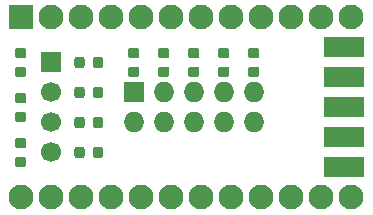
<source format=gbr>
G04 #@! TF.GenerationSoftware,KiCad,Pcbnew,5.1.5+dfsg1-2build2*
G04 #@! TF.CreationDate,2021-03-15T22:22:15+01:00*
G04 #@! TF.ProjectId,ProMicro_CONN,50726f4d-6963-4726-9f5f-434f4e4e2e6b,v1.5*
G04 #@! TF.SameCoordinates,Original*
G04 #@! TF.FileFunction,Soldermask,Top*
G04 #@! TF.FilePolarity,Negative*
%FSLAX46Y46*%
G04 Gerber Fmt 4.6, Leading zero omitted, Abs format (unit mm)*
G04 Created by KiCad*
%MOMM*%
%LPD*%
G04 APERTURE LIST*
%ADD10O,1.727200X1.727200*%
%ADD11R,1.727200X1.727200*%
%ADD12C,0.100000*%
%ADD13R,2.100000X2.100000*%
%ADD14C,2.100000*%
%ADD15R,3.454400X1.727200*%
%ADD16C,1.700000*%
%ADD17R,1.700000X1.700000*%
G04 APERTURE END LIST*
D10*
X156845000Y-113030000D03*
X156845000Y-110490000D03*
X154305000Y-113030000D03*
X154305000Y-110490000D03*
X151765000Y-113030000D03*
X151765000Y-110490000D03*
X149225000Y-113030000D03*
X149225000Y-110490000D03*
X146685000Y-113030000D03*
D11*
X146685000Y-110490000D03*
D12*
G36*
X143902691Y-115096053D02*
G01*
X143923926Y-115099203D01*
X143944750Y-115104419D01*
X143964962Y-115111651D01*
X143984368Y-115120830D01*
X144002781Y-115131866D01*
X144020024Y-115144654D01*
X144035930Y-115159070D01*
X144050346Y-115174976D01*
X144063134Y-115192219D01*
X144074170Y-115210632D01*
X144083349Y-115230038D01*
X144090581Y-115250250D01*
X144095797Y-115271074D01*
X144098947Y-115292309D01*
X144100000Y-115313750D01*
X144100000Y-115826250D01*
X144098947Y-115847691D01*
X144095797Y-115868926D01*
X144090581Y-115889750D01*
X144083349Y-115909962D01*
X144074170Y-115929368D01*
X144063134Y-115947781D01*
X144050346Y-115965024D01*
X144035930Y-115980930D01*
X144020024Y-115995346D01*
X144002781Y-116008134D01*
X143984368Y-116019170D01*
X143964962Y-116028349D01*
X143944750Y-116035581D01*
X143923926Y-116040797D01*
X143902691Y-116043947D01*
X143881250Y-116045000D01*
X143443750Y-116045000D01*
X143422309Y-116043947D01*
X143401074Y-116040797D01*
X143380250Y-116035581D01*
X143360038Y-116028349D01*
X143340632Y-116019170D01*
X143322219Y-116008134D01*
X143304976Y-115995346D01*
X143289070Y-115980930D01*
X143274654Y-115965024D01*
X143261866Y-115947781D01*
X143250830Y-115929368D01*
X143241651Y-115909962D01*
X143234419Y-115889750D01*
X143229203Y-115868926D01*
X143226053Y-115847691D01*
X143225000Y-115826250D01*
X143225000Y-115313750D01*
X143226053Y-115292309D01*
X143229203Y-115271074D01*
X143234419Y-115250250D01*
X143241651Y-115230038D01*
X143250830Y-115210632D01*
X143261866Y-115192219D01*
X143274654Y-115174976D01*
X143289070Y-115159070D01*
X143304976Y-115144654D01*
X143322219Y-115131866D01*
X143340632Y-115120830D01*
X143360038Y-115111651D01*
X143380250Y-115104419D01*
X143401074Y-115099203D01*
X143422309Y-115096053D01*
X143443750Y-115095000D01*
X143881250Y-115095000D01*
X143902691Y-115096053D01*
G37*
G36*
X142327691Y-115096053D02*
G01*
X142348926Y-115099203D01*
X142369750Y-115104419D01*
X142389962Y-115111651D01*
X142409368Y-115120830D01*
X142427781Y-115131866D01*
X142445024Y-115144654D01*
X142460930Y-115159070D01*
X142475346Y-115174976D01*
X142488134Y-115192219D01*
X142499170Y-115210632D01*
X142508349Y-115230038D01*
X142515581Y-115250250D01*
X142520797Y-115271074D01*
X142523947Y-115292309D01*
X142525000Y-115313750D01*
X142525000Y-115826250D01*
X142523947Y-115847691D01*
X142520797Y-115868926D01*
X142515581Y-115889750D01*
X142508349Y-115909962D01*
X142499170Y-115929368D01*
X142488134Y-115947781D01*
X142475346Y-115965024D01*
X142460930Y-115980930D01*
X142445024Y-115995346D01*
X142427781Y-116008134D01*
X142409368Y-116019170D01*
X142389962Y-116028349D01*
X142369750Y-116035581D01*
X142348926Y-116040797D01*
X142327691Y-116043947D01*
X142306250Y-116045000D01*
X141868750Y-116045000D01*
X141847309Y-116043947D01*
X141826074Y-116040797D01*
X141805250Y-116035581D01*
X141785038Y-116028349D01*
X141765632Y-116019170D01*
X141747219Y-116008134D01*
X141729976Y-115995346D01*
X141714070Y-115980930D01*
X141699654Y-115965024D01*
X141686866Y-115947781D01*
X141675830Y-115929368D01*
X141666651Y-115909962D01*
X141659419Y-115889750D01*
X141654203Y-115868926D01*
X141651053Y-115847691D01*
X141650000Y-115826250D01*
X141650000Y-115313750D01*
X141651053Y-115292309D01*
X141654203Y-115271074D01*
X141659419Y-115250250D01*
X141666651Y-115230038D01*
X141675830Y-115210632D01*
X141686866Y-115192219D01*
X141699654Y-115174976D01*
X141714070Y-115159070D01*
X141729976Y-115144654D01*
X141747219Y-115131866D01*
X141765632Y-115120830D01*
X141785038Y-115111651D01*
X141805250Y-115104419D01*
X141826074Y-115099203D01*
X141847309Y-115096053D01*
X141868750Y-115095000D01*
X142306250Y-115095000D01*
X142327691Y-115096053D01*
G37*
D13*
X137160000Y-104140000D03*
D14*
X139700000Y-104140000D03*
X142240000Y-104140000D03*
X165100000Y-119380000D03*
X144780000Y-104140000D03*
X162560000Y-119380000D03*
X147320000Y-104140000D03*
X160020000Y-119380000D03*
X149860000Y-104140000D03*
X157480000Y-119380000D03*
X152400000Y-104140000D03*
X154940000Y-119380000D03*
X154940000Y-104140000D03*
X152400000Y-119380000D03*
X157480000Y-104140000D03*
X149860000Y-119380000D03*
X160020000Y-104140000D03*
X147320000Y-119380000D03*
X162560000Y-104140000D03*
X144780000Y-119380000D03*
X165100000Y-104140000D03*
X142240000Y-119380000D03*
X139700000Y-119380000D03*
X137160000Y-119380000D03*
D12*
G36*
X142327691Y-107476053D02*
G01*
X142348926Y-107479203D01*
X142369750Y-107484419D01*
X142389962Y-107491651D01*
X142409368Y-107500830D01*
X142427781Y-107511866D01*
X142445024Y-107524654D01*
X142460930Y-107539070D01*
X142475346Y-107554976D01*
X142488134Y-107572219D01*
X142499170Y-107590632D01*
X142508349Y-107610038D01*
X142515581Y-107630250D01*
X142520797Y-107651074D01*
X142523947Y-107672309D01*
X142525000Y-107693750D01*
X142525000Y-108206250D01*
X142523947Y-108227691D01*
X142520797Y-108248926D01*
X142515581Y-108269750D01*
X142508349Y-108289962D01*
X142499170Y-108309368D01*
X142488134Y-108327781D01*
X142475346Y-108345024D01*
X142460930Y-108360930D01*
X142445024Y-108375346D01*
X142427781Y-108388134D01*
X142409368Y-108399170D01*
X142389962Y-108408349D01*
X142369750Y-108415581D01*
X142348926Y-108420797D01*
X142327691Y-108423947D01*
X142306250Y-108425000D01*
X141868750Y-108425000D01*
X141847309Y-108423947D01*
X141826074Y-108420797D01*
X141805250Y-108415581D01*
X141785038Y-108408349D01*
X141765632Y-108399170D01*
X141747219Y-108388134D01*
X141729976Y-108375346D01*
X141714070Y-108360930D01*
X141699654Y-108345024D01*
X141686866Y-108327781D01*
X141675830Y-108309368D01*
X141666651Y-108289962D01*
X141659419Y-108269750D01*
X141654203Y-108248926D01*
X141651053Y-108227691D01*
X141650000Y-108206250D01*
X141650000Y-107693750D01*
X141651053Y-107672309D01*
X141654203Y-107651074D01*
X141659419Y-107630250D01*
X141666651Y-107610038D01*
X141675830Y-107590632D01*
X141686866Y-107572219D01*
X141699654Y-107554976D01*
X141714070Y-107539070D01*
X141729976Y-107524654D01*
X141747219Y-107511866D01*
X141765632Y-107500830D01*
X141785038Y-107491651D01*
X141805250Y-107484419D01*
X141826074Y-107479203D01*
X141847309Y-107476053D01*
X141868750Y-107475000D01*
X142306250Y-107475000D01*
X142327691Y-107476053D01*
G37*
G36*
X143902691Y-107476053D02*
G01*
X143923926Y-107479203D01*
X143944750Y-107484419D01*
X143964962Y-107491651D01*
X143984368Y-107500830D01*
X144002781Y-107511866D01*
X144020024Y-107524654D01*
X144035930Y-107539070D01*
X144050346Y-107554976D01*
X144063134Y-107572219D01*
X144074170Y-107590632D01*
X144083349Y-107610038D01*
X144090581Y-107630250D01*
X144095797Y-107651074D01*
X144098947Y-107672309D01*
X144100000Y-107693750D01*
X144100000Y-108206250D01*
X144098947Y-108227691D01*
X144095797Y-108248926D01*
X144090581Y-108269750D01*
X144083349Y-108289962D01*
X144074170Y-108309368D01*
X144063134Y-108327781D01*
X144050346Y-108345024D01*
X144035930Y-108360930D01*
X144020024Y-108375346D01*
X144002781Y-108388134D01*
X143984368Y-108399170D01*
X143964962Y-108408349D01*
X143944750Y-108415581D01*
X143923926Y-108420797D01*
X143902691Y-108423947D01*
X143881250Y-108425000D01*
X143443750Y-108425000D01*
X143422309Y-108423947D01*
X143401074Y-108420797D01*
X143380250Y-108415581D01*
X143360038Y-108408349D01*
X143340632Y-108399170D01*
X143322219Y-108388134D01*
X143304976Y-108375346D01*
X143289070Y-108360930D01*
X143274654Y-108345024D01*
X143261866Y-108327781D01*
X143250830Y-108309368D01*
X143241651Y-108289962D01*
X143234419Y-108269750D01*
X143229203Y-108248926D01*
X143226053Y-108227691D01*
X143225000Y-108206250D01*
X143225000Y-107693750D01*
X143226053Y-107672309D01*
X143229203Y-107651074D01*
X143234419Y-107630250D01*
X143241651Y-107610038D01*
X143250830Y-107590632D01*
X143261866Y-107572219D01*
X143274654Y-107554976D01*
X143289070Y-107539070D01*
X143304976Y-107524654D01*
X143322219Y-107511866D01*
X143340632Y-107500830D01*
X143360038Y-107491651D01*
X143380250Y-107484419D01*
X143401074Y-107479203D01*
X143422309Y-107476053D01*
X143443750Y-107475000D01*
X143881250Y-107475000D01*
X143902691Y-107476053D01*
G37*
D15*
X164465000Y-114300000D03*
X164465000Y-116840000D03*
X164465000Y-111760000D03*
X164465000Y-109220000D03*
X164465000Y-106680000D03*
D12*
G36*
X137374239Y-115921053D02*
G01*
X137395474Y-115924203D01*
X137416298Y-115929419D01*
X137436510Y-115936651D01*
X137455916Y-115945830D01*
X137474329Y-115956866D01*
X137491572Y-115969654D01*
X137507478Y-115984070D01*
X137521894Y-115999976D01*
X137534682Y-116017219D01*
X137545718Y-116035632D01*
X137554897Y-116055038D01*
X137562129Y-116075250D01*
X137567345Y-116096074D01*
X137570495Y-116117309D01*
X137571548Y-116138750D01*
X137571548Y-116576250D01*
X137570495Y-116597691D01*
X137567345Y-116618926D01*
X137562129Y-116639750D01*
X137554897Y-116659962D01*
X137545718Y-116679368D01*
X137534682Y-116697781D01*
X137521894Y-116715024D01*
X137507478Y-116730930D01*
X137491572Y-116745346D01*
X137474329Y-116758134D01*
X137455916Y-116769170D01*
X137436510Y-116778349D01*
X137416298Y-116785581D01*
X137395474Y-116790797D01*
X137374239Y-116793947D01*
X137352798Y-116795000D01*
X136840298Y-116795000D01*
X136818857Y-116793947D01*
X136797622Y-116790797D01*
X136776798Y-116785581D01*
X136756586Y-116778349D01*
X136737180Y-116769170D01*
X136718767Y-116758134D01*
X136701524Y-116745346D01*
X136685618Y-116730930D01*
X136671202Y-116715024D01*
X136658414Y-116697781D01*
X136647378Y-116679368D01*
X136638199Y-116659962D01*
X136630967Y-116639750D01*
X136625751Y-116618926D01*
X136622601Y-116597691D01*
X136621548Y-116576250D01*
X136621548Y-116138750D01*
X136622601Y-116117309D01*
X136625751Y-116096074D01*
X136630967Y-116075250D01*
X136638199Y-116055038D01*
X136647378Y-116035632D01*
X136658414Y-116017219D01*
X136671202Y-115999976D01*
X136685618Y-115984070D01*
X136701524Y-115969654D01*
X136718767Y-115956866D01*
X136737180Y-115945830D01*
X136756586Y-115936651D01*
X136776798Y-115929419D01*
X136797622Y-115924203D01*
X136818857Y-115921053D01*
X136840298Y-115920000D01*
X137352798Y-115920000D01*
X137374239Y-115921053D01*
G37*
G36*
X137374239Y-114346053D02*
G01*
X137395474Y-114349203D01*
X137416298Y-114354419D01*
X137436510Y-114361651D01*
X137455916Y-114370830D01*
X137474329Y-114381866D01*
X137491572Y-114394654D01*
X137507478Y-114409070D01*
X137521894Y-114424976D01*
X137534682Y-114442219D01*
X137545718Y-114460632D01*
X137554897Y-114480038D01*
X137562129Y-114500250D01*
X137567345Y-114521074D01*
X137570495Y-114542309D01*
X137571548Y-114563750D01*
X137571548Y-115001250D01*
X137570495Y-115022691D01*
X137567345Y-115043926D01*
X137562129Y-115064750D01*
X137554897Y-115084962D01*
X137545718Y-115104368D01*
X137534682Y-115122781D01*
X137521894Y-115140024D01*
X137507478Y-115155930D01*
X137491572Y-115170346D01*
X137474329Y-115183134D01*
X137455916Y-115194170D01*
X137436510Y-115203349D01*
X137416298Y-115210581D01*
X137395474Y-115215797D01*
X137374239Y-115218947D01*
X137352798Y-115220000D01*
X136840298Y-115220000D01*
X136818857Y-115218947D01*
X136797622Y-115215797D01*
X136776798Y-115210581D01*
X136756586Y-115203349D01*
X136737180Y-115194170D01*
X136718767Y-115183134D01*
X136701524Y-115170346D01*
X136685618Y-115155930D01*
X136671202Y-115140024D01*
X136658414Y-115122781D01*
X136647378Y-115104368D01*
X136638199Y-115084962D01*
X136630967Y-115064750D01*
X136625751Y-115043926D01*
X136622601Y-115022691D01*
X136621548Y-115001250D01*
X136621548Y-114563750D01*
X136622601Y-114542309D01*
X136625751Y-114521074D01*
X136630967Y-114500250D01*
X136638199Y-114480038D01*
X136647378Y-114460632D01*
X136658414Y-114442219D01*
X136671202Y-114424976D01*
X136685618Y-114409070D01*
X136701524Y-114394654D01*
X136718767Y-114381866D01*
X136737180Y-114370830D01*
X136756586Y-114361651D01*
X136776798Y-114354419D01*
X136797622Y-114349203D01*
X136818857Y-114346053D01*
X136840298Y-114345000D01*
X137352798Y-114345000D01*
X137374239Y-114346053D01*
G37*
G36*
X142327691Y-110016053D02*
G01*
X142348926Y-110019203D01*
X142369750Y-110024419D01*
X142389962Y-110031651D01*
X142409368Y-110040830D01*
X142427781Y-110051866D01*
X142445024Y-110064654D01*
X142460930Y-110079070D01*
X142475346Y-110094976D01*
X142488134Y-110112219D01*
X142499170Y-110130632D01*
X142508349Y-110150038D01*
X142515581Y-110170250D01*
X142520797Y-110191074D01*
X142523947Y-110212309D01*
X142525000Y-110233750D01*
X142525000Y-110746250D01*
X142523947Y-110767691D01*
X142520797Y-110788926D01*
X142515581Y-110809750D01*
X142508349Y-110829962D01*
X142499170Y-110849368D01*
X142488134Y-110867781D01*
X142475346Y-110885024D01*
X142460930Y-110900930D01*
X142445024Y-110915346D01*
X142427781Y-110928134D01*
X142409368Y-110939170D01*
X142389962Y-110948349D01*
X142369750Y-110955581D01*
X142348926Y-110960797D01*
X142327691Y-110963947D01*
X142306250Y-110965000D01*
X141868750Y-110965000D01*
X141847309Y-110963947D01*
X141826074Y-110960797D01*
X141805250Y-110955581D01*
X141785038Y-110948349D01*
X141765632Y-110939170D01*
X141747219Y-110928134D01*
X141729976Y-110915346D01*
X141714070Y-110900930D01*
X141699654Y-110885024D01*
X141686866Y-110867781D01*
X141675830Y-110849368D01*
X141666651Y-110829962D01*
X141659419Y-110809750D01*
X141654203Y-110788926D01*
X141651053Y-110767691D01*
X141650000Y-110746250D01*
X141650000Y-110233750D01*
X141651053Y-110212309D01*
X141654203Y-110191074D01*
X141659419Y-110170250D01*
X141666651Y-110150038D01*
X141675830Y-110130632D01*
X141686866Y-110112219D01*
X141699654Y-110094976D01*
X141714070Y-110079070D01*
X141729976Y-110064654D01*
X141747219Y-110051866D01*
X141765632Y-110040830D01*
X141785038Y-110031651D01*
X141805250Y-110024419D01*
X141826074Y-110019203D01*
X141847309Y-110016053D01*
X141868750Y-110015000D01*
X142306250Y-110015000D01*
X142327691Y-110016053D01*
G37*
G36*
X143902691Y-110016053D02*
G01*
X143923926Y-110019203D01*
X143944750Y-110024419D01*
X143964962Y-110031651D01*
X143984368Y-110040830D01*
X144002781Y-110051866D01*
X144020024Y-110064654D01*
X144035930Y-110079070D01*
X144050346Y-110094976D01*
X144063134Y-110112219D01*
X144074170Y-110130632D01*
X144083349Y-110150038D01*
X144090581Y-110170250D01*
X144095797Y-110191074D01*
X144098947Y-110212309D01*
X144100000Y-110233750D01*
X144100000Y-110746250D01*
X144098947Y-110767691D01*
X144095797Y-110788926D01*
X144090581Y-110809750D01*
X144083349Y-110829962D01*
X144074170Y-110849368D01*
X144063134Y-110867781D01*
X144050346Y-110885024D01*
X144035930Y-110900930D01*
X144020024Y-110915346D01*
X144002781Y-110928134D01*
X143984368Y-110939170D01*
X143964962Y-110948349D01*
X143944750Y-110955581D01*
X143923926Y-110960797D01*
X143902691Y-110963947D01*
X143881250Y-110965000D01*
X143443750Y-110965000D01*
X143422309Y-110963947D01*
X143401074Y-110960797D01*
X143380250Y-110955581D01*
X143360038Y-110948349D01*
X143340632Y-110939170D01*
X143322219Y-110928134D01*
X143304976Y-110915346D01*
X143289070Y-110900930D01*
X143274654Y-110885024D01*
X143261866Y-110867781D01*
X143250830Y-110849368D01*
X143241651Y-110829962D01*
X143234419Y-110809750D01*
X143229203Y-110788926D01*
X143226053Y-110767691D01*
X143225000Y-110746250D01*
X143225000Y-110233750D01*
X143226053Y-110212309D01*
X143229203Y-110191074D01*
X143234419Y-110170250D01*
X143241651Y-110150038D01*
X143250830Y-110130632D01*
X143261866Y-110112219D01*
X143274654Y-110094976D01*
X143289070Y-110079070D01*
X143304976Y-110064654D01*
X143322219Y-110051866D01*
X143340632Y-110040830D01*
X143360038Y-110031651D01*
X143380250Y-110024419D01*
X143401074Y-110019203D01*
X143422309Y-110016053D01*
X143443750Y-110015000D01*
X143881250Y-110015000D01*
X143902691Y-110016053D01*
G37*
G36*
X146962691Y-106726053D02*
G01*
X146983926Y-106729203D01*
X147004750Y-106734419D01*
X147024962Y-106741651D01*
X147044368Y-106750830D01*
X147062781Y-106761866D01*
X147080024Y-106774654D01*
X147095930Y-106789070D01*
X147110346Y-106804976D01*
X147123134Y-106822219D01*
X147134170Y-106840632D01*
X147143349Y-106860038D01*
X147150581Y-106880250D01*
X147155797Y-106901074D01*
X147158947Y-106922309D01*
X147160000Y-106943750D01*
X147160000Y-107381250D01*
X147158947Y-107402691D01*
X147155797Y-107423926D01*
X147150581Y-107444750D01*
X147143349Y-107464962D01*
X147134170Y-107484368D01*
X147123134Y-107502781D01*
X147110346Y-107520024D01*
X147095930Y-107535930D01*
X147080024Y-107550346D01*
X147062781Y-107563134D01*
X147044368Y-107574170D01*
X147024962Y-107583349D01*
X147004750Y-107590581D01*
X146983926Y-107595797D01*
X146962691Y-107598947D01*
X146941250Y-107600000D01*
X146428750Y-107600000D01*
X146407309Y-107598947D01*
X146386074Y-107595797D01*
X146365250Y-107590581D01*
X146345038Y-107583349D01*
X146325632Y-107574170D01*
X146307219Y-107563134D01*
X146289976Y-107550346D01*
X146274070Y-107535930D01*
X146259654Y-107520024D01*
X146246866Y-107502781D01*
X146235830Y-107484368D01*
X146226651Y-107464962D01*
X146219419Y-107444750D01*
X146214203Y-107423926D01*
X146211053Y-107402691D01*
X146210000Y-107381250D01*
X146210000Y-106943750D01*
X146211053Y-106922309D01*
X146214203Y-106901074D01*
X146219419Y-106880250D01*
X146226651Y-106860038D01*
X146235830Y-106840632D01*
X146246866Y-106822219D01*
X146259654Y-106804976D01*
X146274070Y-106789070D01*
X146289976Y-106774654D01*
X146307219Y-106761866D01*
X146325632Y-106750830D01*
X146345038Y-106741651D01*
X146365250Y-106734419D01*
X146386074Y-106729203D01*
X146407309Y-106726053D01*
X146428750Y-106725000D01*
X146941250Y-106725000D01*
X146962691Y-106726053D01*
G37*
G36*
X146962691Y-108301053D02*
G01*
X146983926Y-108304203D01*
X147004750Y-108309419D01*
X147024962Y-108316651D01*
X147044368Y-108325830D01*
X147062781Y-108336866D01*
X147080024Y-108349654D01*
X147095930Y-108364070D01*
X147110346Y-108379976D01*
X147123134Y-108397219D01*
X147134170Y-108415632D01*
X147143349Y-108435038D01*
X147150581Y-108455250D01*
X147155797Y-108476074D01*
X147158947Y-108497309D01*
X147160000Y-108518750D01*
X147160000Y-108956250D01*
X147158947Y-108977691D01*
X147155797Y-108998926D01*
X147150581Y-109019750D01*
X147143349Y-109039962D01*
X147134170Y-109059368D01*
X147123134Y-109077781D01*
X147110346Y-109095024D01*
X147095930Y-109110930D01*
X147080024Y-109125346D01*
X147062781Y-109138134D01*
X147044368Y-109149170D01*
X147024962Y-109158349D01*
X147004750Y-109165581D01*
X146983926Y-109170797D01*
X146962691Y-109173947D01*
X146941250Y-109175000D01*
X146428750Y-109175000D01*
X146407309Y-109173947D01*
X146386074Y-109170797D01*
X146365250Y-109165581D01*
X146345038Y-109158349D01*
X146325632Y-109149170D01*
X146307219Y-109138134D01*
X146289976Y-109125346D01*
X146274070Y-109110930D01*
X146259654Y-109095024D01*
X146246866Y-109077781D01*
X146235830Y-109059368D01*
X146226651Y-109039962D01*
X146219419Y-109019750D01*
X146214203Y-108998926D01*
X146211053Y-108977691D01*
X146210000Y-108956250D01*
X146210000Y-108518750D01*
X146211053Y-108497309D01*
X146214203Y-108476074D01*
X146219419Y-108455250D01*
X146226651Y-108435038D01*
X146235830Y-108415632D01*
X146246866Y-108397219D01*
X146259654Y-108379976D01*
X146274070Y-108364070D01*
X146289976Y-108349654D01*
X146307219Y-108336866D01*
X146325632Y-108325830D01*
X146345038Y-108316651D01*
X146365250Y-108309419D01*
X146386074Y-108304203D01*
X146407309Y-108301053D01*
X146428750Y-108300000D01*
X146941250Y-108300000D01*
X146962691Y-108301053D01*
G37*
G36*
X152042691Y-106726053D02*
G01*
X152063926Y-106729203D01*
X152084750Y-106734419D01*
X152104962Y-106741651D01*
X152124368Y-106750830D01*
X152142781Y-106761866D01*
X152160024Y-106774654D01*
X152175930Y-106789070D01*
X152190346Y-106804976D01*
X152203134Y-106822219D01*
X152214170Y-106840632D01*
X152223349Y-106860038D01*
X152230581Y-106880250D01*
X152235797Y-106901074D01*
X152238947Y-106922309D01*
X152240000Y-106943750D01*
X152240000Y-107381250D01*
X152238947Y-107402691D01*
X152235797Y-107423926D01*
X152230581Y-107444750D01*
X152223349Y-107464962D01*
X152214170Y-107484368D01*
X152203134Y-107502781D01*
X152190346Y-107520024D01*
X152175930Y-107535930D01*
X152160024Y-107550346D01*
X152142781Y-107563134D01*
X152124368Y-107574170D01*
X152104962Y-107583349D01*
X152084750Y-107590581D01*
X152063926Y-107595797D01*
X152042691Y-107598947D01*
X152021250Y-107600000D01*
X151508750Y-107600000D01*
X151487309Y-107598947D01*
X151466074Y-107595797D01*
X151445250Y-107590581D01*
X151425038Y-107583349D01*
X151405632Y-107574170D01*
X151387219Y-107563134D01*
X151369976Y-107550346D01*
X151354070Y-107535930D01*
X151339654Y-107520024D01*
X151326866Y-107502781D01*
X151315830Y-107484368D01*
X151306651Y-107464962D01*
X151299419Y-107444750D01*
X151294203Y-107423926D01*
X151291053Y-107402691D01*
X151290000Y-107381250D01*
X151290000Y-106943750D01*
X151291053Y-106922309D01*
X151294203Y-106901074D01*
X151299419Y-106880250D01*
X151306651Y-106860038D01*
X151315830Y-106840632D01*
X151326866Y-106822219D01*
X151339654Y-106804976D01*
X151354070Y-106789070D01*
X151369976Y-106774654D01*
X151387219Y-106761866D01*
X151405632Y-106750830D01*
X151425038Y-106741651D01*
X151445250Y-106734419D01*
X151466074Y-106729203D01*
X151487309Y-106726053D01*
X151508750Y-106725000D01*
X152021250Y-106725000D01*
X152042691Y-106726053D01*
G37*
G36*
X152042691Y-108301053D02*
G01*
X152063926Y-108304203D01*
X152084750Y-108309419D01*
X152104962Y-108316651D01*
X152124368Y-108325830D01*
X152142781Y-108336866D01*
X152160024Y-108349654D01*
X152175930Y-108364070D01*
X152190346Y-108379976D01*
X152203134Y-108397219D01*
X152214170Y-108415632D01*
X152223349Y-108435038D01*
X152230581Y-108455250D01*
X152235797Y-108476074D01*
X152238947Y-108497309D01*
X152240000Y-108518750D01*
X152240000Y-108956250D01*
X152238947Y-108977691D01*
X152235797Y-108998926D01*
X152230581Y-109019750D01*
X152223349Y-109039962D01*
X152214170Y-109059368D01*
X152203134Y-109077781D01*
X152190346Y-109095024D01*
X152175930Y-109110930D01*
X152160024Y-109125346D01*
X152142781Y-109138134D01*
X152124368Y-109149170D01*
X152104962Y-109158349D01*
X152084750Y-109165581D01*
X152063926Y-109170797D01*
X152042691Y-109173947D01*
X152021250Y-109175000D01*
X151508750Y-109175000D01*
X151487309Y-109173947D01*
X151466074Y-109170797D01*
X151445250Y-109165581D01*
X151425038Y-109158349D01*
X151405632Y-109149170D01*
X151387219Y-109138134D01*
X151369976Y-109125346D01*
X151354070Y-109110930D01*
X151339654Y-109095024D01*
X151326866Y-109077781D01*
X151315830Y-109059368D01*
X151306651Y-109039962D01*
X151299419Y-109019750D01*
X151294203Y-108998926D01*
X151291053Y-108977691D01*
X151290000Y-108956250D01*
X151290000Y-108518750D01*
X151291053Y-108497309D01*
X151294203Y-108476074D01*
X151299419Y-108455250D01*
X151306651Y-108435038D01*
X151315830Y-108415632D01*
X151326866Y-108397219D01*
X151339654Y-108379976D01*
X151354070Y-108364070D01*
X151369976Y-108349654D01*
X151387219Y-108336866D01*
X151405632Y-108325830D01*
X151425038Y-108316651D01*
X151445250Y-108309419D01*
X151466074Y-108304203D01*
X151487309Y-108301053D01*
X151508750Y-108300000D01*
X152021250Y-108300000D01*
X152042691Y-108301053D01*
G37*
G36*
X143902691Y-112556053D02*
G01*
X143923926Y-112559203D01*
X143944750Y-112564419D01*
X143964962Y-112571651D01*
X143984368Y-112580830D01*
X144002781Y-112591866D01*
X144020024Y-112604654D01*
X144035930Y-112619070D01*
X144050346Y-112634976D01*
X144063134Y-112652219D01*
X144074170Y-112670632D01*
X144083349Y-112690038D01*
X144090581Y-112710250D01*
X144095797Y-112731074D01*
X144098947Y-112752309D01*
X144100000Y-112773750D01*
X144100000Y-113286250D01*
X144098947Y-113307691D01*
X144095797Y-113328926D01*
X144090581Y-113349750D01*
X144083349Y-113369962D01*
X144074170Y-113389368D01*
X144063134Y-113407781D01*
X144050346Y-113425024D01*
X144035930Y-113440930D01*
X144020024Y-113455346D01*
X144002781Y-113468134D01*
X143984368Y-113479170D01*
X143964962Y-113488349D01*
X143944750Y-113495581D01*
X143923926Y-113500797D01*
X143902691Y-113503947D01*
X143881250Y-113505000D01*
X143443750Y-113505000D01*
X143422309Y-113503947D01*
X143401074Y-113500797D01*
X143380250Y-113495581D01*
X143360038Y-113488349D01*
X143340632Y-113479170D01*
X143322219Y-113468134D01*
X143304976Y-113455346D01*
X143289070Y-113440930D01*
X143274654Y-113425024D01*
X143261866Y-113407781D01*
X143250830Y-113389368D01*
X143241651Y-113369962D01*
X143234419Y-113349750D01*
X143229203Y-113328926D01*
X143226053Y-113307691D01*
X143225000Y-113286250D01*
X143225000Y-112773750D01*
X143226053Y-112752309D01*
X143229203Y-112731074D01*
X143234419Y-112710250D01*
X143241651Y-112690038D01*
X143250830Y-112670632D01*
X143261866Y-112652219D01*
X143274654Y-112634976D01*
X143289070Y-112619070D01*
X143304976Y-112604654D01*
X143322219Y-112591866D01*
X143340632Y-112580830D01*
X143360038Y-112571651D01*
X143380250Y-112564419D01*
X143401074Y-112559203D01*
X143422309Y-112556053D01*
X143443750Y-112555000D01*
X143881250Y-112555000D01*
X143902691Y-112556053D01*
G37*
G36*
X142327691Y-112556053D02*
G01*
X142348926Y-112559203D01*
X142369750Y-112564419D01*
X142389962Y-112571651D01*
X142409368Y-112580830D01*
X142427781Y-112591866D01*
X142445024Y-112604654D01*
X142460930Y-112619070D01*
X142475346Y-112634976D01*
X142488134Y-112652219D01*
X142499170Y-112670632D01*
X142508349Y-112690038D01*
X142515581Y-112710250D01*
X142520797Y-112731074D01*
X142523947Y-112752309D01*
X142525000Y-112773750D01*
X142525000Y-113286250D01*
X142523947Y-113307691D01*
X142520797Y-113328926D01*
X142515581Y-113349750D01*
X142508349Y-113369962D01*
X142499170Y-113389368D01*
X142488134Y-113407781D01*
X142475346Y-113425024D01*
X142460930Y-113440930D01*
X142445024Y-113455346D01*
X142427781Y-113468134D01*
X142409368Y-113479170D01*
X142389962Y-113488349D01*
X142369750Y-113495581D01*
X142348926Y-113500797D01*
X142327691Y-113503947D01*
X142306250Y-113505000D01*
X141868750Y-113505000D01*
X141847309Y-113503947D01*
X141826074Y-113500797D01*
X141805250Y-113495581D01*
X141785038Y-113488349D01*
X141765632Y-113479170D01*
X141747219Y-113468134D01*
X141729976Y-113455346D01*
X141714070Y-113440930D01*
X141699654Y-113425024D01*
X141686866Y-113407781D01*
X141675830Y-113389368D01*
X141666651Y-113369962D01*
X141659419Y-113349750D01*
X141654203Y-113328926D01*
X141651053Y-113307691D01*
X141650000Y-113286250D01*
X141650000Y-112773750D01*
X141651053Y-112752309D01*
X141654203Y-112731074D01*
X141659419Y-112710250D01*
X141666651Y-112690038D01*
X141675830Y-112670632D01*
X141686866Y-112652219D01*
X141699654Y-112634976D01*
X141714070Y-112619070D01*
X141729976Y-112604654D01*
X141747219Y-112591866D01*
X141765632Y-112580830D01*
X141785038Y-112571651D01*
X141805250Y-112564419D01*
X141826074Y-112559203D01*
X141847309Y-112556053D01*
X141868750Y-112555000D01*
X142306250Y-112555000D01*
X142327691Y-112556053D01*
G37*
G36*
X149502691Y-106726053D02*
G01*
X149523926Y-106729203D01*
X149544750Y-106734419D01*
X149564962Y-106741651D01*
X149584368Y-106750830D01*
X149602781Y-106761866D01*
X149620024Y-106774654D01*
X149635930Y-106789070D01*
X149650346Y-106804976D01*
X149663134Y-106822219D01*
X149674170Y-106840632D01*
X149683349Y-106860038D01*
X149690581Y-106880250D01*
X149695797Y-106901074D01*
X149698947Y-106922309D01*
X149700000Y-106943750D01*
X149700000Y-107381250D01*
X149698947Y-107402691D01*
X149695797Y-107423926D01*
X149690581Y-107444750D01*
X149683349Y-107464962D01*
X149674170Y-107484368D01*
X149663134Y-107502781D01*
X149650346Y-107520024D01*
X149635930Y-107535930D01*
X149620024Y-107550346D01*
X149602781Y-107563134D01*
X149584368Y-107574170D01*
X149564962Y-107583349D01*
X149544750Y-107590581D01*
X149523926Y-107595797D01*
X149502691Y-107598947D01*
X149481250Y-107600000D01*
X148968750Y-107600000D01*
X148947309Y-107598947D01*
X148926074Y-107595797D01*
X148905250Y-107590581D01*
X148885038Y-107583349D01*
X148865632Y-107574170D01*
X148847219Y-107563134D01*
X148829976Y-107550346D01*
X148814070Y-107535930D01*
X148799654Y-107520024D01*
X148786866Y-107502781D01*
X148775830Y-107484368D01*
X148766651Y-107464962D01*
X148759419Y-107444750D01*
X148754203Y-107423926D01*
X148751053Y-107402691D01*
X148750000Y-107381250D01*
X148750000Y-106943750D01*
X148751053Y-106922309D01*
X148754203Y-106901074D01*
X148759419Y-106880250D01*
X148766651Y-106860038D01*
X148775830Y-106840632D01*
X148786866Y-106822219D01*
X148799654Y-106804976D01*
X148814070Y-106789070D01*
X148829976Y-106774654D01*
X148847219Y-106761866D01*
X148865632Y-106750830D01*
X148885038Y-106741651D01*
X148905250Y-106734419D01*
X148926074Y-106729203D01*
X148947309Y-106726053D01*
X148968750Y-106725000D01*
X149481250Y-106725000D01*
X149502691Y-106726053D01*
G37*
G36*
X149502691Y-108301053D02*
G01*
X149523926Y-108304203D01*
X149544750Y-108309419D01*
X149564962Y-108316651D01*
X149584368Y-108325830D01*
X149602781Y-108336866D01*
X149620024Y-108349654D01*
X149635930Y-108364070D01*
X149650346Y-108379976D01*
X149663134Y-108397219D01*
X149674170Y-108415632D01*
X149683349Y-108435038D01*
X149690581Y-108455250D01*
X149695797Y-108476074D01*
X149698947Y-108497309D01*
X149700000Y-108518750D01*
X149700000Y-108956250D01*
X149698947Y-108977691D01*
X149695797Y-108998926D01*
X149690581Y-109019750D01*
X149683349Y-109039962D01*
X149674170Y-109059368D01*
X149663134Y-109077781D01*
X149650346Y-109095024D01*
X149635930Y-109110930D01*
X149620024Y-109125346D01*
X149602781Y-109138134D01*
X149584368Y-109149170D01*
X149564962Y-109158349D01*
X149544750Y-109165581D01*
X149523926Y-109170797D01*
X149502691Y-109173947D01*
X149481250Y-109175000D01*
X148968750Y-109175000D01*
X148947309Y-109173947D01*
X148926074Y-109170797D01*
X148905250Y-109165581D01*
X148885038Y-109158349D01*
X148865632Y-109149170D01*
X148847219Y-109138134D01*
X148829976Y-109125346D01*
X148814070Y-109110930D01*
X148799654Y-109095024D01*
X148786866Y-109077781D01*
X148775830Y-109059368D01*
X148766651Y-109039962D01*
X148759419Y-109019750D01*
X148754203Y-108998926D01*
X148751053Y-108977691D01*
X148750000Y-108956250D01*
X148750000Y-108518750D01*
X148751053Y-108497309D01*
X148754203Y-108476074D01*
X148759419Y-108455250D01*
X148766651Y-108435038D01*
X148775830Y-108415632D01*
X148786866Y-108397219D01*
X148799654Y-108379976D01*
X148814070Y-108364070D01*
X148829976Y-108349654D01*
X148847219Y-108336866D01*
X148865632Y-108325830D01*
X148885038Y-108316651D01*
X148905250Y-108309419D01*
X148926074Y-108304203D01*
X148947309Y-108301053D01*
X148968750Y-108300000D01*
X149481250Y-108300000D01*
X149502691Y-108301053D01*
G37*
G36*
X157122691Y-106726053D02*
G01*
X157143926Y-106729203D01*
X157164750Y-106734419D01*
X157184962Y-106741651D01*
X157204368Y-106750830D01*
X157222781Y-106761866D01*
X157240024Y-106774654D01*
X157255930Y-106789070D01*
X157270346Y-106804976D01*
X157283134Y-106822219D01*
X157294170Y-106840632D01*
X157303349Y-106860038D01*
X157310581Y-106880250D01*
X157315797Y-106901074D01*
X157318947Y-106922309D01*
X157320000Y-106943750D01*
X157320000Y-107381250D01*
X157318947Y-107402691D01*
X157315797Y-107423926D01*
X157310581Y-107444750D01*
X157303349Y-107464962D01*
X157294170Y-107484368D01*
X157283134Y-107502781D01*
X157270346Y-107520024D01*
X157255930Y-107535930D01*
X157240024Y-107550346D01*
X157222781Y-107563134D01*
X157204368Y-107574170D01*
X157184962Y-107583349D01*
X157164750Y-107590581D01*
X157143926Y-107595797D01*
X157122691Y-107598947D01*
X157101250Y-107600000D01*
X156588750Y-107600000D01*
X156567309Y-107598947D01*
X156546074Y-107595797D01*
X156525250Y-107590581D01*
X156505038Y-107583349D01*
X156485632Y-107574170D01*
X156467219Y-107563134D01*
X156449976Y-107550346D01*
X156434070Y-107535930D01*
X156419654Y-107520024D01*
X156406866Y-107502781D01*
X156395830Y-107484368D01*
X156386651Y-107464962D01*
X156379419Y-107444750D01*
X156374203Y-107423926D01*
X156371053Y-107402691D01*
X156370000Y-107381250D01*
X156370000Y-106943750D01*
X156371053Y-106922309D01*
X156374203Y-106901074D01*
X156379419Y-106880250D01*
X156386651Y-106860038D01*
X156395830Y-106840632D01*
X156406866Y-106822219D01*
X156419654Y-106804976D01*
X156434070Y-106789070D01*
X156449976Y-106774654D01*
X156467219Y-106761866D01*
X156485632Y-106750830D01*
X156505038Y-106741651D01*
X156525250Y-106734419D01*
X156546074Y-106729203D01*
X156567309Y-106726053D01*
X156588750Y-106725000D01*
X157101250Y-106725000D01*
X157122691Y-106726053D01*
G37*
G36*
X157122691Y-108301053D02*
G01*
X157143926Y-108304203D01*
X157164750Y-108309419D01*
X157184962Y-108316651D01*
X157204368Y-108325830D01*
X157222781Y-108336866D01*
X157240024Y-108349654D01*
X157255930Y-108364070D01*
X157270346Y-108379976D01*
X157283134Y-108397219D01*
X157294170Y-108415632D01*
X157303349Y-108435038D01*
X157310581Y-108455250D01*
X157315797Y-108476074D01*
X157318947Y-108497309D01*
X157320000Y-108518750D01*
X157320000Y-108956250D01*
X157318947Y-108977691D01*
X157315797Y-108998926D01*
X157310581Y-109019750D01*
X157303349Y-109039962D01*
X157294170Y-109059368D01*
X157283134Y-109077781D01*
X157270346Y-109095024D01*
X157255930Y-109110930D01*
X157240024Y-109125346D01*
X157222781Y-109138134D01*
X157204368Y-109149170D01*
X157184962Y-109158349D01*
X157164750Y-109165581D01*
X157143926Y-109170797D01*
X157122691Y-109173947D01*
X157101250Y-109175000D01*
X156588750Y-109175000D01*
X156567309Y-109173947D01*
X156546074Y-109170797D01*
X156525250Y-109165581D01*
X156505038Y-109158349D01*
X156485632Y-109149170D01*
X156467219Y-109138134D01*
X156449976Y-109125346D01*
X156434070Y-109110930D01*
X156419654Y-109095024D01*
X156406866Y-109077781D01*
X156395830Y-109059368D01*
X156386651Y-109039962D01*
X156379419Y-109019750D01*
X156374203Y-108998926D01*
X156371053Y-108977691D01*
X156370000Y-108956250D01*
X156370000Y-108518750D01*
X156371053Y-108497309D01*
X156374203Y-108476074D01*
X156379419Y-108455250D01*
X156386651Y-108435038D01*
X156395830Y-108415632D01*
X156406866Y-108397219D01*
X156419654Y-108379976D01*
X156434070Y-108364070D01*
X156449976Y-108349654D01*
X156467219Y-108336866D01*
X156485632Y-108325830D01*
X156505038Y-108316651D01*
X156525250Y-108309419D01*
X156546074Y-108304203D01*
X156567309Y-108301053D01*
X156588750Y-108300000D01*
X157101250Y-108300000D01*
X157122691Y-108301053D01*
G37*
G36*
X137374239Y-106726053D02*
G01*
X137395474Y-106729203D01*
X137416298Y-106734419D01*
X137436510Y-106741651D01*
X137455916Y-106750830D01*
X137474329Y-106761866D01*
X137491572Y-106774654D01*
X137507478Y-106789070D01*
X137521894Y-106804976D01*
X137534682Y-106822219D01*
X137545718Y-106840632D01*
X137554897Y-106860038D01*
X137562129Y-106880250D01*
X137567345Y-106901074D01*
X137570495Y-106922309D01*
X137571548Y-106943750D01*
X137571548Y-107381250D01*
X137570495Y-107402691D01*
X137567345Y-107423926D01*
X137562129Y-107444750D01*
X137554897Y-107464962D01*
X137545718Y-107484368D01*
X137534682Y-107502781D01*
X137521894Y-107520024D01*
X137507478Y-107535930D01*
X137491572Y-107550346D01*
X137474329Y-107563134D01*
X137455916Y-107574170D01*
X137436510Y-107583349D01*
X137416298Y-107590581D01*
X137395474Y-107595797D01*
X137374239Y-107598947D01*
X137352798Y-107600000D01*
X136840298Y-107600000D01*
X136818857Y-107598947D01*
X136797622Y-107595797D01*
X136776798Y-107590581D01*
X136756586Y-107583349D01*
X136737180Y-107574170D01*
X136718767Y-107563134D01*
X136701524Y-107550346D01*
X136685618Y-107535930D01*
X136671202Y-107520024D01*
X136658414Y-107502781D01*
X136647378Y-107484368D01*
X136638199Y-107464962D01*
X136630967Y-107444750D01*
X136625751Y-107423926D01*
X136622601Y-107402691D01*
X136621548Y-107381250D01*
X136621548Y-106943750D01*
X136622601Y-106922309D01*
X136625751Y-106901074D01*
X136630967Y-106880250D01*
X136638199Y-106860038D01*
X136647378Y-106840632D01*
X136658414Y-106822219D01*
X136671202Y-106804976D01*
X136685618Y-106789070D01*
X136701524Y-106774654D01*
X136718767Y-106761866D01*
X136737180Y-106750830D01*
X136756586Y-106741651D01*
X136776798Y-106734419D01*
X136797622Y-106729203D01*
X136818857Y-106726053D01*
X136840298Y-106725000D01*
X137352798Y-106725000D01*
X137374239Y-106726053D01*
G37*
G36*
X137374239Y-108301053D02*
G01*
X137395474Y-108304203D01*
X137416298Y-108309419D01*
X137436510Y-108316651D01*
X137455916Y-108325830D01*
X137474329Y-108336866D01*
X137491572Y-108349654D01*
X137507478Y-108364070D01*
X137521894Y-108379976D01*
X137534682Y-108397219D01*
X137545718Y-108415632D01*
X137554897Y-108435038D01*
X137562129Y-108455250D01*
X137567345Y-108476074D01*
X137570495Y-108497309D01*
X137571548Y-108518750D01*
X137571548Y-108956250D01*
X137570495Y-108977691D01*
X137567345Y-108998926D01*
X137562129Y-109019750D01*
X137554897Y-109039962D01*
X137545718Y-109059368D01*
X137534682Y-109077781D01*
X137521894Y-109095024D01*
X137507478Y-109110930D01*
X137491572Y-109125346D01*
X137474329Y-109138134D01*
X137455916Y-109149170D01*
X137436510Y-109158349D01*
X137416298Y-109165581D01*
X137395474Y-109170797D01*
X137374239Y-109173947D01*
X137352798Y-109175000D01*
X136840298Y-109175000D01*
X136818857Y-109173947D01*
X136797622Y-109170797D01*
X136776798Y-109165581D01*
X136756586Y-109158349D01*
X136737180Y-109149170D01*
X136718767Y-109138134D01*
X136701524Y-109125346D01*
X136685618Y-109110930D01*
X136671202Y-109095024D01*
X136658414Y-109077781D01*
X136647378Y-109059368D01*
X136638199Y-109039962D01*
X136630967Y-109019750D01*
X136625751Y-108998926D01*
X136622601Y-108977691D01*
X136621548Y-108956250D01*
X136621548Y-108518750D01*
X136622601Y-108497309D01*
X136625751Y-108476074D01*
X136630967Y-108455250D01*
X136638199Y-108435038D01*
X136647378Y-108415632D01*
X136658414Y-108397219D01*
X136671202Y-108379976D01*
X136685618Y-108364070D01*
X136701524Y-108349654D01*
X136718767Y-108336866D01*
X136737180Y-108325830D01*
X136756586Y-108316651D01*
X136776798Y-108309419D01*
X136797622Y-108304203D01*
X136818857Y-108301053D01*
X136840298Y-108300000D01*
X137352798Y-108300000D01*
X137374239Y-108301053D01*
G37*
G36*
X154582691Y-106726053D02*
G01*
X154603926Y-106729203D01*
X154624750Y-106734419D01*
X154644962Y-106741651D01*
X154664368Y-106750830D01*
X154682781Y-106761866D01*
X154700024Y-106774654D01*
X154715930Y-106789070D01*
X154730346Y-106804976D01*
X154743134Y-106822219D01*
X154754170Y-106840632D01*
X154763349Y-106860038D01*
X154770581Y-106880250D01*
X154775797Y-106901074D01*
X154778947Y-106922309D01*
X154780000Y-106943750D01*
X154780000Y-107381250D01*
X154778947Y-107402691D01*
X154775797Y-107423926D01*
X154770581Y-107444750D01*
X154763349Y-107464962D01*
X154754170Y-107484368D01*
X154743134Y-107502781D01*
X154730346Y-107520024D01*
X154715930Y-107535930D01*
X154700024Y-107550346D01*
X154682781Y-107563134D01*
X154664368Y-107574170D01*
X154644962Y-107583349D01*
X154624750Y-107590581D01*
X154603926Y-107595797D01*
X154582691Y-107598947D01*
X154561250Y-107600000D01*
X154048750Y-107600000D01*
X154027309Y-107598947D01*
X154006074Y-107595797D01*
X153985250Y-107590581D01*
X153965038Y-107583349D01*
X153945632Y-107574170D01*
X153927219Y-107563134D01*
X153909976Y-107550346D01*
X153894070Y-107535930D01*
X153879654Y-107520024D01*
X153866866Y-107502781D01*
X153855830Y-107484368D01*
X153846651Y-107464962D01*
X153839419Y-107444750D01*
X153834203Y-107423926D01*
X153831053Y-107402691D01*
X153830000Y-107381250D01*
X153830000Y-106943750D01*
X153831053Y-106922309D01*
X153834203Y-106901074D01*
X153839419Y-106880250D01*
X153846651Y-106860038D01*
X153855830Y-106840632D01*
X153866866Y-106822219D01*
X153879654Y-106804976D01*
X153894070Y-106789070D01*
X153909976Y-106774654D01*
X153927219Y-106761866D01*
X153945632Y-106750830D01*
X153965038Y-106741651D01*
X153985250Y-106734419D01*
X154006074Y-106729203D01*
X154027309Y-106726053D01*
X154048750Y-106725000D01*
X154561250Y-106725000D01*
X154582691Y-106726053D01*
G37*
G36*
X154582691Y-108301053D02*
G01*
X154603926Y-108304203D01*
X154624750Y-108309419D01*
X154644962Y-108316651D01*
X154664368Y-108325830D01*
X154682781Y-108336866D01*
X154700024Y-108349654D01*
X154715930Y-108364070D01*
X154730346Y-108379976D01*
X154743134Y-108397219D01*
X154754170Y-108415632D01*
X154763349Y-108435038D01*
X154770581Y-108455250D01*
X154775797Y-108476074D01*
X154778947Y-108497309D01*
X154780000Y-108518750D01*
X154780000Y-108956250D01*
X154778947Y-108977691D01*
X154775797Y-108998926D01*
X154770581Y-109019750D01*
X154763349Y-109039962D01*
X154754170Y-109059368D01*
X154743134Y-109077781D01*
X154730346Y-109095024D01*
X154715930Y-109110930D01*
X154700024Y-109125346D01*
X154682781Y-109138134D01*
X154664368Y-109149170D01*
X154644962Y-109158349D01*
X154624750Y-109165581D01*
X154603926Y-109170797D01*
X154582691Y-109173947D01*
X154561250Y-109175000D01*
X154048750Y-109175000D01*
X154027309Y-109173947D01*
X154006074Y-109170797D01*
X153985250Y-109165581D01*
X153965038Y-109158349D01*
X153945632Y-109149170D01*
X153927219Y-109138134D01*
X153909976Y-109125346D01*
X153894070Y-109110930D01*
X153879654Y-109095024D01*
X153866866Y-109077781D01*
X153855830Y-109059368D01*
X153846651Y-109039962D01*
X153839419Y-109019750D01*
X153834203Y-108998926D01*
X153831053Y-108977691D01*
X153830000Y-108956250D01*
X153830000Y-108518750D01*
X153831053Y-108497309D01*
X153834203Y-108476074D01*
X153839419Y-108455250D01*
X153846651Y-108435038D01*
X153855830Y-108415632D01*
X153866866Y-108397219D01*
X153879654Y-108379976D01*
X153894070Y-108364070D01*
X153909976Y-108349654D01*
X153927219Y-108336866D01*
X153945632Y-108325830D01*
X153965038Y-108316651D01*
X153985250Y-108309419D01*
X154006074Y-108304203D01*
X154027309Y-108301053D01*
X154048750Y-108300000D01*
X154561250Y-108300000D01*
X154582691Y-108301053D01*
G37*
G36*
X137374239Y-112111053D02*
G01*
X137395474Y-112114203D01*
X137416298Y-112119419D01*
X137436510Y-112126651D01*
X137455916Y-112135830D01*
X137474329Y-112146866D01*
X137491572Y-112159654D01*
X137507478Y-112174070D01*
X137521894Y-112189976D01*
X137534682Y-112207219D01*
X137545718Y-112225632D01*
X137554897Y-112245038D01*
X137562129Y-112265250D01*
X137567345Y-112286074D01*
X137570495Y-112307309D01*
X137571548Y-112328750D01*
X137571548Y-112766250D01*
X137570495Y-112787691D01*
X137567345Y-112808926D01*
X137562129Y-112829750D01*
X137554897Y-112849962D01*
X137545718Y-112869368D01*
X137534682Y-112887781D01*
X137521894Y-112905024D01*
X137507478Y-112920930D01*
X137491572Y-112935346D01*
X137474329Y-112948134D01*
X137455916Y-112959170D01*
X137436510Y-112968349D01*
X137416298Y-112975581D01*
X137395474Y-112980797D01*
X137374239Y-112983947D01*
X137352798Y-112985000D01*
X136840298Y-112985000D01*
X136818857Y-112983947D01*
X136797622Y-112980797D01*
X136776798Y-112975581D01*
X136756586Y-112968349D01*
X136737180Y-112959170D01*
X136718767Y-112948134D01*
X136701524Y-112935346D01*
X136685618Y-112920930D01*
X136671202Y-112905024D01*
X136658414Y-112887781D01*
X136647378Y-112869368D01*
X136638199Y-112849962D01*
X136630967Y-112829750D01*
X136625751Y-112808926D01*
X136622601Y-112787691D01*
X136621548Y-112766250D01*
X136621548Y-112328750D01*
X136622601Y-112307309D01*
X136625751Y-112286074D01*
X136630967Y-112265250D01*
X136638199Y-112245038D01*
X136647378Y-112225632D01*
X136658414Y-112207219D01*
X136671202Y-112189976D01*
X136685618Y-112174070D01*
X136701524Y-112159654D01*
X136718767Y-112146866D01*
X136737180Y-112135830D01*
X136756586Y-112126651D01*
X136776798Y-112119419D01*
X136797622Y-112114203D01*
X136818857Y-112111053D01*
X136840298Y-112110000D01*
X137352798Y-112110000D01*
X137374239Y-112111053D01*
G37*
G36*
X137374239Y-110536053D02*
G01*
X137395474Y-110539203D01*
X137416298Y-110544419D01*
X137436510Y-110551651D01*
X137455916Y-110560830D01*
X137474329Y-110571866D01*
X137491572Y-110584654D01*
X137507478Y-110599070D01*
X137521894Y-110614976D01*
X137534682Y-110632219D01*
X137545718Y-110650632D01*
X137554897Y-110670038D01*
X137562129Y-110690250D01*
X137567345Y-110711074D01*
X137570495Y-110732309D01*
X137571548Y-110753750D01*
X137571548Y-111191250D01*
X137570495Y-111212691D01*
X137567345Y-111233926D01*
X137562129Y-111254750D01*
X137554897Y-111274962D01*
X137545718Y-111294368D01*
X137534682Y-111312781D01*
X137521894Y-111330024D01*
X137507478Y-111345930D01*
X137491572Y-111360346D01*
X137474329Y-111373134D01*
X137455916Y-111384170D01*
X137436510Y-111393349D01*
X137416298Y-111400581D01*
X137395474Y-111405797D01*
X137374239Y-111408947D01*
X137352798Y-111410000D01*
X136840298Y-111410000D01*
X136818857Y-111408947D01*
X136797622Y-111405797D01*
X136776798Y-111400581D01*
X136756586Y-111393349D01*
X136737180Y-111384170D01*
X136718767Y-111373134D01*
X136701524Y-111360346D01*
X136685618Y-111345930D01*
X136671202Y-111330024D01*
X136658414Y-111312781D01*
X136647378Y-111294368D01*
X136638199Y-111274962D01*
X136630967Y-111254750D01*
X136625751Y-111233926D01*
X136622601Y-111212691D01*
X136621548Y-111191250D01*
X136621548Y-110753750D01*
X136622601Y-110732309D01*
X136625751Y-110711074D01*
X136630967Y-110690250D01*
X136638199Y-110670038D01*
X136647378Y-110650632D01*
X136658414Y-110632219D01*
X136671202Y-110614976D01*
X136685618Y-110599070D01*
X136701524Y-110584654D01*
X136718767Y-110571866D01*
X136737180Y-110560830D01*
X136756586Y-110551651D01*
X136776798Y-110544419D01*
X136797622Y-110539203D01*
X136818857Y-110536053D01*
X136840298Y-110535000D01*
X137352798Y-110535000D01*
X137374239Y-110536053D01*
G37*
D16*
X139700000Y-115570000D03*
X139700000Y-113030000D03*
X139700000Y-110490000D03*
D17*
X139700000Y-107950000D03*
M02*

</source>
